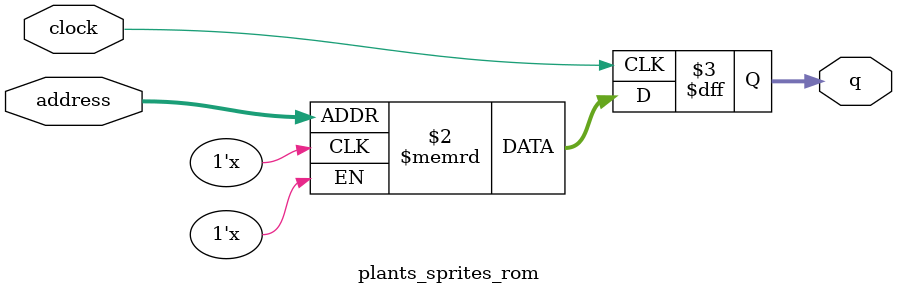
<source format=sv>
module plants_sprites_rom (
	input logic clock,
	input logic [15:0] address,
	output logic [6:0] q
);

logic [6:0] memory [0:49151] /* synthesis ram_init_file = "./plants_sprites/plants_sprites.COE" */;

always_ff @ (posedge clock) begin
	q <= memory[address];
end

endmodule

</source>
